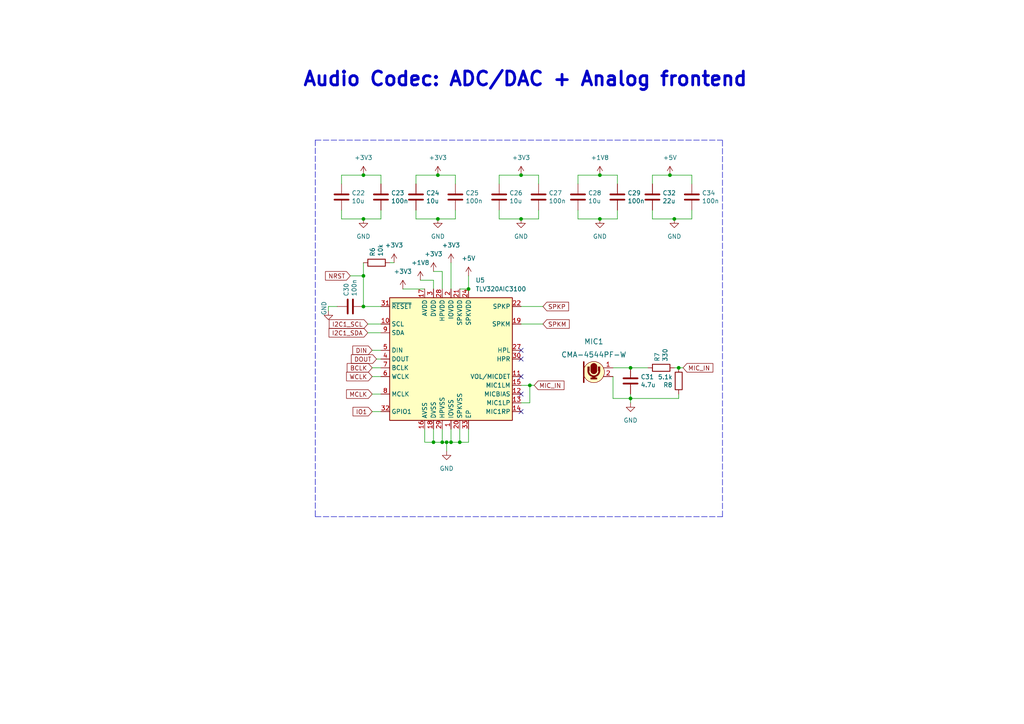
<source format=kicad_sch>
(kicad_sch (version 20211123) (generator eeschema)

  (uuid 96488315-8d7b-4379-ac7a-2159248c6433)

  (paper "A4")

  (lib_symbols
    (symbol "Audio:TLV320AIC3100" (in_bom yes) (on_board yes)
      (property "Reference" "U" (id 0) (at -15.24 20.32 0)
        (effects (font (size 1.27 1.27)))
      )
      (property "Value" "TLV320AIC3100" (id 1) (at 0 0 0)
        (effects (font (size 1.27 1.27)))
      )
      (property "Footprint" "Package_DFN_QFN:VQFN-32-1EP_5x5mm_P0.5mm_EP3.5x3.5mm" (id 2) (at 0 -30.48 0)
        (effects (font (size 1.27 1.27)) hide)
      )
      (property "Datasheet" "http://www.ti.com/lit/ds/symlink/tlv320aic3100.pdf" (id 3) (at -30.48 -38.1 0)
        (effects (font (size 1.27 1.27)) hide)
      )
      (property "ki_keywords" "audio codec 2ch 192kHz class-d amplifier" (id 4) (at 0 0 0)
        (effects (font (size 1.27 1.27)) hide)
      )
      (property "ki_description" "Low Power Audio Codec with Audio Processing and Mono Class‑D Amplifier, VQFN-32" (id 5) (at 0 0 0)
        (effects (font (size 1.27 1.27)) hide)
      )
      (property "ki_fp_filters" "VQFN*1EP*5x5mm*P0.5mm*" (id 6) (at 0 0 0)
        (effects (font (size 1.27 1.27)) hide)
      )
      (symbol "TLV320AIC3100_0_1"
        (rectangle (start -17.78 17.78) (end 17.78 -17.78)
          (stroke (width 0.254) (type default) (color 0 0 0 0))
          (fill (type background))
        )
      )
      (symbol "TLV320AIC3100_1_1"
        (pin power_in line (at 0 -20.32 90) (length 2.54)
          (name "IOVSS" (effects (font (size 1.27 1.27))))
          (number "1" (effects (font (size 1.27 1.27))))
        )
        (pin input line (at -20.32 10.16 0) (length 2.54)
          (name "SCL" (effects (font (size 1.27 1.27))))
          (number "10" (effects (font (size 1.27 1.27))))
        )
        (pin input line (at 20.32 -5.08 180) (length 2.54)
          (name "VOL/MICDET" (effects (font (size 1.27 1.27))))
          (number "11" (effects (font (size 1.27 1.27))))
        )
        (pin power_out line (at 20.32 -10.16 180) (length 2.54)
          (name "MICBIAS" (effects (font (size 1.27 1.27))))
          (number "12" (effects (font (size 1.27 1.27))))
        )
        (pin input line (at 20.32 -12.7 180) (length 2.54)
          (name "MIC1LP" (effects (font (size 1.27 1.27))))
          (number "13" (effects (font (size 1.27 1.27))))
        )
        (pin input line (at 20.32 -15.24 180) (length 2.54)
          (name "MIC1RP" (effects (font (size 1.27 1.27))))
          (number "14" (effects (font (size 1.27 1.27))))
        )
        (pin input line (at 20.32 -7.62 180) (length 2.54)
          (name "MIC1LM" (effects (font (size 1.27 1.27))))
          (number "15" (effects (font (size 1.27 1.27))))
        )
        (pin power_in line (at -7.62 -20.32 90) (length 2.54)
          (name "AVSS" (effects (font (size 1.27 1.27))))
          (number "16" (effects (font (size 1.27 1.27))))
        )
        (pin power_in line (at -7.62 20.32 270) (length 2.54)
          (name "AVDD" (effects (font (size 1.27 1.27))))
          (number "17" (effects (font (size 1.27 1.27))))
        )
        (pin power_in line (at -5.08 -20.32 90) (length 2.54)
          (name "DVSS" (effects (font (size 1.27 1.27))))
          (number "18" (effects (font (size 1.27 1.27))))
        )
        (pin output line (at 20.32 10.16 180) (length 2.54)
          (name "SPKM" (effects (font (size 1.27 1.27))))
          (number "19" (effects (font (size 1.27 1.27))))
        )
        (pin power_in line (at 0 20.32 270) (length 2.54)
          (name "IOVDD" (effects (font (size 1.27 1.27))))
          (number "2" (effects (font (size 1.27 1.27))))
        )
        (pin power_in line (at 2.54 -20.32 90) (length 2.54)
          (name "SPKVSS" (effects (font (size 1.27 1.27))))
          (number "20" (effects (font (size 1.27 1.27))))
        )
        (pin power_in line (at 2.54 20.32 270) (length 2.54)
          (name "SPKVDD" (effects (font (size 1.27 1.27))))
          (number "21" (effects (font (size 1.27 1.27))))
        )
        (pin output line (at 20.32 15.24 180) (length 2.54)
          (name "SPKP" (effects (font (size 1.27 1.27))))
          (number "22" (effects (font (size 1.27 1.27))))
        )
        (pin passive line (at 20.32 10.16 180) (length 2.54) hide
          (name "SPKM" (effects (font (size 1.27 1.27))))
          (number "23" (effects (font (size 1.27 1.27))))
        )
        (pin power_in line (at 5.08 20.32 270) (length 2.54)
          (name "SPKVDD" (effects (font (size 1.27 1.27))))
          (number "24" (effects (font (size 1.27 1.27))))
        )
        (pin passive line (at 2.54 -20.32 90) (length 2.54) hide
          (name "SPKVSS" (effects (font (size 1.27 1.27))))
          (number "25" (effects (font (size 1.27 1.27))))
        )
        (pin passive line (at 20.32 15.24 180) (length 2.54) hide
          (name "SPKP" (effects (font (size 1.27 1.27))))
          (number "26" (effects (font (size 1.27 1.27))))
        )
        (pin output line (at 20.32 2.54 180) (length 2.54)
          (name "HPL" (effects (font (size 1.27 1.27))))
          (number "27" (effects (font (size 1.27 1.27))))
        )
        (pin power_in line (at -2.54 20.32 270) (length 2.54)
          (name "HPVDD" (effects (font (size 1.27 1.27))))
          (number "28" (effects (font (size 1.27 1.27))))
        )
        (pin power_in line (at -2.54 -20.32 90) (length 2.54)
          (name "HPVSS" (effects (font (size 1.27 1.27))))
          (number "29" (effects (font (size 1.27 1.27))))
        )
        (pin power_in line (at -5.08 20.32 270) (length 2.54)
          (name "DVDD" (effects (font (size 1.27 1.27))))
          (number "3" (effects (font (size 1.27 1.27))))
        )
        (pin output line (at 20.32 0 180) (length 2.54)
          (name "HPR" (effects (font (size 1.27 1.27))))
          (number "30" (effects (font (size 1.27 1.27))))
        )
        (pin input line (at -20.32 15.24 0) (length 2.54)
          (name "~{RESET}" (effects (font (size 1.27 1.27))))
          (number "31" (effects (font (size 1.27 1.27))))
        )
        (pin bidirectional line (at -20.32 -15.24 0) (length 2.54)
          (name "GPIO1" (effects (font (size 1.27 1.27))))
          (number "32" (effects (font (size 1.27 1.27))))
        )
        (pin power_in line (at 5.08 -20.32 90) (length 2.54)
          (name "EP" (effects (font (size 1.27 1.27))))
          (number "33" (effects (font (size 1.27 1.27))))
        )
        (pin output line (at -20.32 0 0) (length 2.54)
          (name "DOUT" (effects (font (size 1.27 1.27))))
          (number "4" (effects (font (size 1.27 1.27))))
        )
        (pin input line (at -20.32 2.54 0) (length 2.54)
          (name "DIN" (effects (font (size 1.27 1.27))))
          (number "5" (effects (font (size 1.27 1.27))))
        )
        (pin bidirectional line (at -20.32 -5.08 0) (length 2.54)
          (name "WCLK" (effects (font (size 1.27 1.27))))
          (number "6" (effects (font (size 1.27 1.27))))
        )
        (pin bidirectional line (at -20.32 -2.54 0) (length 2.54)
          (name "BCLK" (effects (font (size 1.27 1.27))))
          (number "7" (effects (font (size 1.27 1.27))))
        )
        (pin input line (at -20.32 -10.16 0) (length 2.54)
          (name "MCLK" (effects (font (size 1.27 1.27))))
          (number "8" (effects (font (size 1.27 1.27))))
        )
        (pin bidirectional line (at -20.32 7.62 0) (length 2.54)
          (name "SDA" (effects (font (size 1.27 1.27))))
          (number "9" (effects (font (size 1.27 1.27))))
        )
      )
    )
    (symbol "Device:C" (pin_numbers hide) (pin_names (offset 0.254)) (in_bom yes) (on_board yes)
      (property "Reference" "C" (id 0) (at 0.635 2.54 0)
        (effects (font (size 1.27 1.27)) (justify left))
      )
      (property "Value" "C" (id 1) (at 0.635 -2.54 0)
        (effects (font (size 1.27 1.27)) (justify left))
      )
      (property "Footprint" "" (id 2) (at 0.9652 -3.81 0)
        (effects (font (size 1.27 1.27)) hide)
      )
      (property "Datasheet" "~" (id 3) (at 0 0 0)
        (effects (font (size 1.27 1.27)) hide)
      )
      (property "ki_keywords" "cap capacitor" (id 4) (at 0 0 0)
        (effects (font (size 1.27 1.27)) hide)
      )
      (property "ki_description" "Unpolarized capacitor" (id 5) (at 0 0 0)
        (effects (font (size 1.27 1.27)) hide)
      )
      (property "ki_fp_filters" "C_*" (id 6) (at 0 0 0)
        (effects (font (size 1.27 1.27)) hide)
      )
      (symbol "C_0_1"
        (polyline
          (pts
            (xy -2.032 -0.762)
            (xy 2.032 -0.762)
          )
          (stroke (width 0.508) (type default) (color 0 0 0 0))
          (fill (type none))
        )
        (polyline
          (pts
            (xy -2.032 0.762)
            (xy 2.032 0.762)
          )
          (stroke (width 0.508) (type default) (color 0 0 0 0))
          (fill (type none))
        )
      )
      (symbol "C_1_1"
        (pin passive line (at 0 3.81 270) (length 2.794)
          (name "~" (effects (font (size 1.27 1.27))))
          (number "1" (effects (font (size 1.27 1.27))))
        )
        (pin passive line (at 0 -3.81 90) (length 2.794)
          (name "~" (effects (font (size 1.27 1.27))))
          (number "2" (effects (font (size 1.27 1.27))))
        )
      )
    )
    (symbol "Device:R" (pin_numbers hide) (pin_names (offset 0)) (in_bom yes) (on_board yes)
      (property "Reference" "R" (id 0) (at 2.032 0 90)
        (effects (font (size 1.27 1.27)))
      )
      (property "Value" "R" (id 1) (at 0 0 90)
        (effects (font (size 1.27 1.27)))
      )
      (property "Footprint" "" (id 2) (at -1.778 0 90)
        (effects (font (size 1.27 1.27)) hide)
      )
      (property "Datasheet" "~" (id 3) (at 0 0 0)
        (effects (font (size 1.27 1.27)) hide)
      )
      (property "ki_keywords" "R res resistor" (id 4) (at 0 0 0)
        (effects (font (size 1.27 1.27)) hide)
      )
      (property "ki_description" "Resistor" (id 5) (at 0 0 0)
        (effects (font (size 1.27 1.27)) hide)
      )
      (property "ki_fp_filters" "R_*" (id 6) (at 0 0 0)
        (effects (font (size 1.27 1.27)) hide)
      )
      (symbol "R_0_1"
        (rectangle (start -1.016 -2.54) (end 1.016 2.54)
          (stroke (width 0.254) (type default) (color 0 0 0 0))
          (fill (type none))
        )
      )
      (symbol "R_1_1"
        (pin passive line (at 0 3.81 270) (length 1.27)
          (name "~" (effects (font (size 1.27 1.27))))
          (number "1" (effects (font (size 1.27 1.27))))
        )
        (pin passive line (at 0 -3.81 90) (length 1.27)
          (name "~" (effects (font (size 1.27 1.27))))
          (number "2" (effects (font (size 1.27 1.27))))
        )
      )
    )
    (symbol "dk_Microphones:CMA-4544PF-W" (pin_names (offset 1.016)) (in_bom yes) (on_board yes)
      (property "Reference" "MIC" (id 0) (at -1.1176 2.8194 0)
        (effects (font (size 1.524 1.524)))
      )
      (property "Value" "CMA-4544PF-W" (id 1) (at 5.08 -6.35 0)
        (effects (font (size 1.524 1.524)) (justify right))
      )
      (property "Footprint" "digikey-footprints:Mic_CMA-4544PF-W" (id 2) (at 5.08 5.08 0)
        (effects (font (size 1.524 1.524)) (justify left) hide)
      )
      (property "Datasheet" "https://www.cui.com/product/resource/digikeypdf/cma-4544pf-w.pdf" (id 3) (at 5.08 7.62 0)
        (effects (font (size 1.524 1.524)) (justify left) hide)
      )
      (property "Digi-Key_PN" "102-1721-ND" (id 4) (at 5.08 10.16 0)
        (effects (font (size 1.524 1.524)) (justify left) hide)
      )
      (property "MPN" "CMA-4544PF-W" (id 5) (at 5.08 12.7 0)
        (effects (font (size 1.524 1.524)) (justify left) hide)
      )
      (property "Category" "Audio Products" (id 6) (at 5.08 15.24 0)
        (effects (font (size 1.524 1.524)) (justify left) hide)
      )
      (property "Family" "Microphones" (id 7) (at 5.08 17.78 0)
        (effects (font (size 1.524 1.524)) (justify left) hide)
      )
      (property "DK_Datasheet_Link" "https://www.cui.com/product/resource/digikeypdf/cma-4544pf-w.pdf" (id 8) (at 5.08 20.32 0)
        (effects (font (size 1.524 1.524)) (justify left) hide)
      )
      (property "DK_Detail_Page" "/product-detail/en/cui-inc/CMA-4544PF-W/102-1721-ND/1869981" (id 9) (at 5.08 22.86 0)
        (effects (font (size 1.524 1.524)) (justify left) hide)
      )
      (property "Description" "MIC COND ANALOG OMNI -44DB" (id 10) (at 5.08 25.4 0)
        (effects (font (size 1.524 1.524)) (justify left) hide)
      )
      (property "Manufacturer" "CUI Inc." (id 11) (at 5.08 27.94 0)
        (effects (font (size 1.524 1.524)) (justify left) hide)
      )
      (property "Status" "Active" (id 12) (at 5.08 30.48 0)
        (effects (font (size 1.524 1.524)) (justify left) hide)
      )
      (property "ki_keywords" "102-1721-ND" (id 13) (at 0 0 0)
        (effects (font (size 1.27 1.27)) hide)
      )
      (property "ki_description" "MIC COND ANALOG OMNI -44DB" (id 14) (at 0 0 0)
        (effects (font (size 1.27 1.27)) hide)
      )
      (symbol "CMA-4544PF-W_0_1"
        (rectangle (start -3.2766 -4.2926) (end -3.5306 1.8034)
          (stroke (width 0) (type default) (color 0 0 0 0))
          (fill (type outline))
        )
        (rectangle (start -2.2606 -0.8636) (end -1.7526 0.2794)
          (stroke (width 0) (type default) (color 0 0 0 0))
          (fill (type outline))
        )
        (arc (start -2.2606 -0.8636) (mid -0.4826 -2.6416) (end 1.2954 -0.8636)
          (stroke (width 0) (type default) (color 0 0 0 0))
          (fill (type none))
        )
        (arc (start -2.2098 -0.8636) (mid -0.4826 -2.54) (end 1.1938 -0.8128)
          (stroke (width 0) (type default) (color 0 0 0 0))
          (fill (type none))
        )
        (arc (start -2.1082 -0.8636) (mid -0.5206 -2.4633) (end 1.0922 -0.889)
          (stroke (width 0) (type default) (color 0 0 0 0))
          (fill (type none))
        )
        (arc (start -2.032 -0.8636) (mid -0.508 -2.3376) (end 1.016 -0.8636)
          (stroke (width 0) (type default) (color 0 0 0 0))
          (fill (type none))
        )
        (arc (start -1.8796 -0.889) (mid -0.4952 -2.2855) (end 0.9144 -0.9144)
          (stroke (width 0) (type default) (color 0 0 0 0))
          (fill (type none))
        )
        (rectangle (start -1.3716 -2.8956) (end 0.4064 -3.2766)
          (stroke (width 0) (type default) (color 0 0 0 0))
          (fill (type outline))
        )
        (arc (start -1.3716 -0.8636) (mid -0.4826 -1.7526) (end 0.4064 -0.8636)
          (stroke (width 0) (type default) (color 0 0 0 0))
          (fill (type outline))
        )
        (rectangle (start -1.3716 0.4064) (end 0.4064 -0.8636)
          (stroke (width 0) (type default) (color 0 0 0 0))
          (fill (type outline))
        )
        (rectangle (start -0.8636 -2.8956) (end -0.1016 -2.6416)
          (stroke (width 0) (type default) (color 0 0 0 0))
          (fill (type outline))
        )
        (circle (center -0.4826 -1.2446) (radius 3.048)
          (stroke (width 0) (type default) (color 0 0 0 0))
          (fill (type background))
        )
        (arc (start 0.4064 0.4064) (mid -0.4826 1.2954) (end -1.3716 0.4064)
          (stroke (width 0) (type default) (color 0 0 0 0))
          (fill (type outline))
        )
        (rectangle (start 1.2954 -0.8636) (end 0.7874 0.2794)
          (stroke (width 0) (type default) (color 0 0 0 0))
          (fill (type outline))
        )
      )
      (symbol "CMA-4544PF-W_1_1"
        (pin passive line (at 5.08 0 180) (length 2.794)
          (name "~" (effects (font (size 1.27 1.27))))
          (number "1" (effects (font (size 1.27 1.27))))
        )
        (pin passive line (at 5.08 -2.54 180) (length 2.794)
          (name "~" (effects (font (size 1.27 1.27))))
          (number "2" (effects (font (size 1.27 1.27))))
        )
      )
    )
    (symbol "power:+1V8" (power) (pin_names (offset 0)) (in_bom yes) (on_board yes)
      (property "Reference" "#PWR" (id 0) (at 0 -3.81 0)
        (effects (font (size 1.27 1.27)) hide)
      )
      (property "Value" "+1V8" (id 1) (at 0 3.556 0)
        (effects (font (size 1.27 1.27)))
      )
      (property "Footprint" "" (id 2) (at 0 0 0)
        (effects (font (size 1.27 1.27)) hide)
      )
      (property "Datasheet" "" (id 3) (at 0 0 0)
        (effects (font (size 1.27 1.27)) hide)
      )
      (property "ki_keywords" "power-flag" (id 4) (at 0 0 0)
        (effects (font (size 1.27 1.27)) hide)
      )
      (property "ki_description" "Power symbol creates a global label with name \"+1V8\"" (id 5) (at 0 0 0)
        (effects (font (size 1.27 1.27)) hide)
      )
      (symbol "+1V8_0_1"
        (polyline
          (pts
            (xy -0.762 1.27)
            (xy 0 2.54)
          )
          (stroke (width 0) (type default) (color 0 0 0 0))
          (fill (type none))
        )
        (polyline
          (pts
            (xy 0 0)
            (xy 0 2.54)
          )
          (stroke (width 0) (type default) (color 0 0 0 0))
          (fill (type none))
        )
        (polyline
          (pts
            (xy 0 2.54)
            (xy 0.762 1.27)
          )
          (stroke (width 0) (type default) (color 0 0 0 0))
          (fill (type none))
        )
      )
      (symbol "+1V8_1_1"
        (pin power_in line (at 0 0 90) (length 0) hide
          (name "+1V8" (effects (font (size 1.27 1.27))))
          (number "1" (effects (font (size 1.27 1.27))))
        )
      )
    )
    (symbol "power:+3V3" (power) (pin_names (offset 0)) (in_bom yes) (on_board yes)
      (property "Reference" "#PWR" (id 0) (at 0 -3.81 0)
        (effects (font (size 1.27 1.27)) hide)
      )
      (property "Value" "+3V3" (id 1) (at 0 3.556 0)
        (effects (font (size 1.27 1.27)))
      )
      (property "Footprint" "" (id 2) (at 0 0 0)
        (effects (font (size 1.27 1.27)) hide)
      )
      (property "Datasheet" "" (id 3) (at 0 0 0)
        (effects (font (size 1.27 1.27)) hide)
      )
      (property "ki_keywords" "power-flag" (id 4) (at 0 0 0)
        (effects (font (size 1.27 1.27)) hide)
      )
      (property "ki_description" "Power symbol creates a global label with name \"+3V3\"" (id 5) (at 0 0 0)
        (effects (font (size 1.27 1.27)) hide)
      )
      (symbol "+3V3_0_1"
        (polyline
          (pts
            (xy -0.762 1.27)
            (xy 0 2.54)
          )
          (stroke (width 0) (type default) (color 0 0 0 0))
          (fill (type none))
        )
        (polyline
          (pts
            (xy 0 0)
            (xy 0 2.54)
          )
          (stroke (width 0) (type default) (color 0 0 0 0))
          (fill (type none))
        )
        (polyline
          (pts
            (xy 0 2.54)
            (xy 0.762 1.27)
          )
          (stroke (width 0) (type default) (color 0 0 0 0))
          (fill (type none))
        )
      )
      (symbol "+3V3_1_1"
        (pin power_in line (at 0 0 90) (length 0) hide
          (name "+3V3" (effects (font (size 1.27 1.27))))
          (number "1" (effects (font (size 1.27 1.27))))
        )
      )
    )
    (symbol "power:+5V" (power) (pin_names (offset 0)) (in_bom yes) (on_board yes)
      (property "Reference" "#PWR" (id 0) (at 0 -3.81 0)
        (effects (font (size 1.27 1.27)) hide)
      )
      (property "Value" "+5V" (id 1) (at 0 3.556 0)
        (effects (font (size 1.27 1.27)))
      )
      (property "Footprint" "" (id 2) (at 0 0 0)
        (effects (font (size 1.27 1.27)) hide)
      )
      (property "Datasheet" "" (id 3) (at 0 0 0)
        (effects (font (size 1.27 1.27)) hide)
      )
      (property "ki_keywords" "power-flag" (id 4) (at 0 0 0)
        (effects (font (size 1.27 1.27)) hide)
      )
      (property "ki_description" "Power symbol creates a global label with name \"+5V\"" (id 5) (at 0 0 0)
        (effects (font (size 1.27 1.27)) hide)
      )
      (symbol "+5V_0_1"
        (polyline
          (pts
            (xy -0.762 1.27)
            (xy 0 2.54)
          )
          (stroke (width 0) (type default) (color 0 0 0 0))
          (fill (type none))
        )
        (polyline
          (pts
            (xy 0 0)
            (xy 0 2.54)
          )
          (stroke (width 0) (type default) (color 0 0 0 0))
          (fill (type none))
        )
        (polyline
          (pts
            (xy 0 2.54)
            (xy 0.762 1.27)
          )
          (stroke (width 0) (type default) (color 0 0 0 0))
          (fill (type none))
        )
      )
      (symbol "+5V_1_1"
        (pin power_in line (at 0 0 90) (length 0) hide
          (name "+5V" (effects (font (size 1.27 1.27))))
          (number "1" (effects (font (size 1.27 1.27))))
        )
      )
    )
    (symbol "power:GND" (power) (pin_names (offset 0)) (in_bom yes) (on_board yes)
      (property "Reference" "#PWR" (id 0) (at 0 -6.35 0)
        (effects (font (size 1.27 1.27)) hide)
      )
      (property "Value" "GND" (id 1) (at 0 -3.81 0)
        (effects (font (size 1.27 1.27)))
      )
      (property "Footprint" "" (id 2) (at 0 0 0)
        (effects (font (size 1.27 1.27)) hide)
      )
      (property "Datasheet" "" (id 3) (at 0 0 0)
        (effects (font (size 1.27 1.27)) hide)
      )
      (property "ki_keywords" "power-flag" (id 4) (at 0 0 0)
        (effects (font (size 1.27 1.27)) hide)
      )
      (property "ki_description" "Power symbol creates a global label with name \"GND\" , ground" (id 5) (at 0 0 0)
        (effects (font (size 1.27 1.27)) hide)
      )
      (symbol "GND_0_1"
        (polyline
          (pts
            (xy 0 0)
            (xy 0 -1.27)
            (xy 1.27 -1.27)
            (xy 0 -2.54)
            (xy -1.27 -1.27)
            (xy 0 -1.27)
          )
          (stroke (width 0) (type default) (color 0 0 0 0))
          (fill (type none))
        )
      )
      (symbol "GND_1_1"
        (pin power_in line (at 0 0 270) (length 0) hide
          (name "GND" (effects (font (size 1.27 1.27))))
          (number "1" (effects (font (size 1.27 1.27))))
        )
      )
    )
  )

  (junction (at 105.41 50.8) (diameter 0) (color 0 0 0 0)
    (uuid 049da9cd-5423-4560-b9ed-b4ac5e24bc8e)
  )
  (junction (at 128.27 128.27) (diameter 0) (color 0 0 0 0)
    (uuid 1f388e68-7a67-4769-ab0f-bc8bbfd33e19)
  )
  (junction (at 151.13 50.8) (diameter 0) (color 0 0 0 0)
    (uuid 2440cfa3-a29d-4fbe-95cc-6ada8b22d3bf)
  )
  (junction (at 135.89 83.82) (diameter 0) (color 0 0 0 0)
    (uuid 385ecbfe-e322-4826-8d25-1e9266b2b60d)
  )
  (junction (at 196.85 106.68) (diameter 0) (color 0 0 0 0)
    (uuid 5032c7dd-1813-430f-ba4b-f6978fb6f333)
  )
  (junction (at 151.13 63.5) (diameter 0) (color 0 0 0 0)
    (uuid 5209b976-fa26-4ce3-ba74-537a585148e9)
  )
  (junction (at 105.41 63.5) (diameter 0) (color 0 0 0 0)
    (uuid 639a7c7f-9cdb-427c-a1ee-8f7645467d15)
  )
  (junction (at 182.88 115.57) (diameter 0) (color 0 0 0 0)
    (uuid 7a2bd43f-2e7b-4c58-a0a6-8bf9c42e4409)
  )
  (junction (at 127 63.5) (diameter 0) (color 0 0 0 0)
    (uuid 7cd2341d-4c64-4afc-9b2f-b50569e7f684)
  )
  (junction (at 105.41 80.01) (diameter 0) (color 0 0 0 0)
    (uuid 8265f945-e1a9-44bb-8812-a354ef4bb04a)
  )
  (junction (at 153.67 111.76) (diameter 0) (color 0 0 0 0)
    (uuid 87ecd496-e475-4390-b227-6cde956fd0e9)
  )
  (junction (at 194.31 50.8) (diameter 0) (color 0 0 0 0)
    (uuid 93c31b92-ce68-40ad-894f-791c2ad6d9a8)
  )
  (junction (at 105.41 88.9) (diameter 0) (color 0 0 0 0)
    (uuid a8e24ba0-197a-4ddc-998e-758ed08811cc)
  )
  (junction (at 129.54 128.27) (diameter 0) (color 0 0 0 0)
    (uuid af3f7aa5-e721-4fdc-a589-97fb42b1f6ee)
  )
  (junction (at 127 50.8) (diameter 0) (color 0 0 0 0)
    (uuid b383c4b3-6ea2-4009-b11f-11937e74a829)
  )
  (junction (at 133.35 128.27) (diameter 0) (color 0 0 0 0)
    (uuid b8c41fce-b491-4f31-b386-60f6e7c91269)
  )
  (junction (at 173.99 63.5) (diameter 0) (color 0 0 0 0)
    (uuid bf2e2fe7-a4ef-45c0-8eed-165c416501e7)
  )
  (junction (at 182.88 106.68) (diameter 0) (color 0 0 0 0)
    (uuid c1fd4a19-4f0b-4bb0-a205-40545b940102)
  )
  (junction (at 195.58 63.5) (diameter 0) (color 0 0 0 0)
    (uuid cd4dd433-ee84-479d-b73d-0855951929d4)
  )
  (junction (at 130.81 128.27) (diameter 0) (color 0 0 0 0)
    (uuid f0307fb3-2ec2-4eb2-8563-0e6b4d6f1e24)
  )
  (junction (at 173.99 50.8) (diameter 0) (color 0 0 0 0)
    (uuid f794a37e-cbdc-4269-862f-3d5792109532)
  )
  (junction (at 125.73 128.27) (diameter 0) (color 0 0 0 0)
    (uuid f9621ee7-828f-47af-b7a2-723c87198f48)
  )

  (no_connect (at 151.13 109.22) (uuid 5f7bf339-ded1-4009-9ddb-bd9a5a58162f))
  (no_connect (at 151.13 114.3) (uuid 5f7bf339-ded1-4009-9ddb-bd9a5a581630))
  (no_connect (at 151.13 119.38) (uuid 5f7bf339-ded1-4009-9ddb-bd9a5a581631))
  (no_connect (at 151.13 104.14) (uuid afa98663-cb1f-4b5d-ae67-b9aa648753a4))
  (no_connect (at 151.13 101.6) (uuid afa98663-cb1f-4b5d-ae67-b9aa648753a5))

  (wire (pts (xy 151.13 88.9) (xy 157.48 88.9))
    (stroke (width 0) (type default) (color 0 0 0 0))
    (uuid 00f012c8-6011-4e58-accc-18a2a2cd27c3)
  )
  (wire (pts (xy 177.8 109.22) (xy 177.8 115.57))
    (stroke (width 0) (type default) (color 0 0 0 0))
    (uuid 019d7006-c609-49c4-a6ae-7a1e95e4828e)
  )
  (wire (pts (xy 130.81 128.27) (xy 133.35 128.27))
    (stroke (width 0) (type default) (color 0 0 0 0))
    (uuid 0742eb0b-ceed-48e2-a324-a0cabddec23f)
  )
  (wire (pts (xy 135.89 124.46) (xy 135.89 128.27))
    (stroke (width 0) (type default) (color 0 0 0 0))
    (uuid 074f2fb8-3af9-478b-809c-067c40970aa4)
  )
  (wire (pts (xy 132.08 50.8) (xy 132.08 53.34))
    (stroke (width 0) (type default) (color 0 0 0 0))
    (uuid 0e986cbf-de11-4790-a7f1-9f8b41f2328d)
  )
  (wire (pts (xy 135.89 80.01) (xy 135.89 83.82))
    (stroke (width 0) (type default) (color 0 0 0 0))
    (uuid 158cb151-cbfa-4718-8f66-8da0fd8f0609)
  )
  (wire (pts (xy 196.85 106.68) (xy 198.12 106.68))
    (stroke (width 0) (type default) (color 0 0 0 0))
    (uuid 159c989e-03c2-4632-863b-22cacc787ec8)
  )
  (polyline (pts (xy 91.44 149.86) (xy 209.55 149.86))
    (stroke (width 0) (type default) (color 0 0 0 0))
    (uuid 15a1729e-5e8d-4bc2-ba8e-afaa205fc9d9)
  )

  (wire (pts (xy 120.65 50.8) (xy 127 50.8))
    (stroke (width 0) (type default) (color 0 0 0 0))
    (uuid 1645cefb-d02d-46aa-b3be-f8e3b94b307a)
  )
  (wire (pts (xy 127 63.5) (xy 132.08 63.5))
    (stroke (width 0) (type default) (color 0 0 0 0))
    (uuid 16f84875-3f77-4ef4-8f52-dd2ff9e79d54)
  )
  (wire (pts (xy 110.49 50.8) (xy 110.49 53.34))
    (stroke (width 0) (type default) (color 0 0 0 0))
    (uuid 19dd9902-a96d-455c-9588-4579a9a441e0)
  )
  (wire (pts (xy 105.41 80.01) (xy 105.41 88.9))
    (stroke (width 0) (type default) (color 0 0 0 0))
    (uuid 19f67e43-b54d-49bf-9871-1cfe36852987)
  )
  (wire (pts (xy 189.23 50.8) (xy 194.31 50.8))
    (stroke (width 0) (type default) (color 0 0 0 0))
    (uuid 2102a9ec-0a43-4031-b168-89214bfb88d4)
  )
  (wire (pts (xy 195.58 63.5) (xy 200.66 63.5))
    (stroke (width 0) (type default) (color 0 0 0 0))
    (uuid 242ae8be-225e-46b5-b5e0-3879ac5f0cad)
  )
  (wire (pts (xy 123.19 124.46) (xy 123.19 128.27))
    (stroke (width 0) (type default) (color 0 0 0 0))
    (uuid 24950b6d-3008-46b0-bf4b-9a23f6b2c8ca)
  )
  (wire (pts (xy 130.81 76.2) (xy 130.81 83.82))
    (stroke (width 0) (type default) (color 0 0 0 0))
    (uuid 25db19dd-48c3-4984-8f20-0f131d055f1a)
  )
  (wire (pts (xy 195.58 106.68) (xy 196.85 106.68))
    (stroke (width 0) (type default) (color 0 0 0 0))
    (uuid 279e71de-1a4c-4e66-9dd4-9c987b18e5e1)
  )
  (wire (pts (xy 173.99 63.5) (xy 179.07 63.5))
    (stroke (width 0) (type default) (color 0 0 0 0))
    (uuid 2ab1a1f8-f251-4372-b4e8-1634a3a907cc)
  )
  (wire (pts (xy 114.3 76.2) (xy 113.03 76.2))
    (stroke (width 0) (type default) (color 0 0 0 0))
    (uuid 2b8f92d2-18d9-48c2-8c40-27e50448550a)
  )
  (wire (pts (xy 177.8 115.57) (xy 182.88 115.57))
    (stroke (width 0) (type default) (color 0 0 0 0))
    (uuid 2d9f6105-cba2-43a1-ab9c-8ce22bdde409)
  )
  (wire (pts (xy 144.78 53.34) (xy 144.78 50.8))
    (stroke (width 0) (type default) (color 0 0 0 0))
    (uuid 30a7f1c9-59bc-4492-b0a1-3332abfe0a95)
  )
  (wire (pts (xy 153.67 111.76) (xy 154.94 111.76))
    (stroke (width 0) (type default) (color 0 0 0 0))
    (uuid 30ac7774-c4e7-483a-9008-ade673c64b3a)
  )
  (wire (pts (xy 107.95 119.38) (xy 110.49 119.38))
    (stroke (width 0) (type default) (color 0 0 0 0))
    (uuid 32cc17d1-ef60-4924-a844-a4f8046a695d)
  )
  (wire (pts (xy 167.64 50.8) (xy 173.99 50.8))
    (stroke (width 0) (type default) (color 0 0 0 0))
    (uuid 34bea907-352f-42ca-9e7e-57bd56ec43ce)
  )
  (wire (pts (xy 99.06 63.5) (xy 105.41 63.5))
    (stroke (width 0) (type default) (color 0 0 0 0))
    (uuid 3592c6ea-c887-4402-87a4-fa7e89aa8a3a)
  )
  (wire (pts (xy 106.68 96.52) (xy 110.49 96.52))
    (stroke (width 0) (type default) (color 0 0 0 0))
    (uuid 3c2b849f-c9b9-4f8f-b3ef-ec89ceda0d8c)
  )
  (wire (pts (xy 127 50.8) (xy 132.08 50.8))
    (stroke (width 0) (type default) (color 0 0 0 0))
    (uuid 3eef536b-5a02-4702-86a7-53ea2ae9ed36)
  )
  (wire (pts (xy 196.85 114.3) (xy 196.85 115.57))
    (stroke (width 0) (type default) (color 0 0 0 0))
    (uuid 40c48c76-8ea3-4fe5-b042-8f925bf06a26)
  )
  (wire (pts (xy 179.07 63.5) (xy 179.07 60.96))
    (stroke (width 0) (type default) (color 0 0 0 0))
    (uuid 41411a2b-5df7-4cb8-8f6d-91bf37459a6b)
  )
  (wire (pts (xy 120.65 53.34) (xy 120.65 50.8))
    (stroke (width 0) (type default) (color 0 0 0 0))
    (uuid 42b9320f-2691-4dd7-8958-85a2e4f4ca4b)
  )
  (wire (pts (xy 156.21 63.5) (xy 156.21 60.96))
    (stroke (width 0) (type default) (color 0 0 0 0))
    (uuid 42bef8f7-95f8-4577-9214-5db424de367d)
  )
  (wire (pts (xy 95.25 88.9) (xy 95.25 90.17))
    (stroke (width 0) (type default) (color 0 0 0 0))
    (uuid 441da4c8-af60-4a1d-affa-9c5cbf740cf1)
  )
  (wire (pts (xy 107.95 114.3) (xy 110.49 114.3))
    (stroke (width 0) (type default) (color 0 0 0 0))
    (uuid 4bc248c9-4fc3-4721-8fa2-c6fcd10182e3)
  )
  (wire (pts (xy 144.78 60.96) (xy 144.78 63.5))
    (stroke (width 0) (type default) (color 0 0 0 0))
    (uuid 4ed6c16a-b742-493b-8975-8b6af12cda97)
  )
  (wire (pts (xy 173.99 50.8) (xy 179.07 50.8))
    (stroke (width 0) (type default) (color 0 0 0 0))
    (uuid 505ea892-a46c-4b88-88bd-7ef25f56a265)
  )
  (wire (pts (xy 129.54 130.81) (xy 129.54 128.27))
    (stroke (width 0) (type default) (color 0 0 0 0))
    (uuid 53292108-6eea-4fb9-bb6e-a8a8f841a990)
  )
  (wire (pts (xy 132.08 63.5) (xy 132.08 60.96))
    (stroke (width 0) (type default) (color 0 0 0 0))
    (uuid 56aa5b94-4465-4cd3-bb80-2b040dff4bea)
  )
  (wire (pts (xy 194.31 50.8) (xy 200.66 50.8))
    (stroke (width 0) (type default) (color 0 0 0 0))
    (uuid 5b5815d2-a36b-4b71-aa40-9ae44a7545eb)
  )
  (wire (pts (xy 101.6 80.01) (xy 105.41 80.01))
    (stroke (width 0) (type default) (color 0 0 0 0))
    (uuid 6281baa9-fcfb-46a9-a7d1-3042772d2d16)
  )
  (wire (pts (xy 116.84 83.82) (xy 123.19 83.82))
    (stroke (width 0) (type default) (color 0 0 0 0))
    (uuid 63d324fd-e2f1-430f-a2ed-b0d3c8cde3bf)
  )
  (wire (pts (xy 179.07 50.8) (xy 179.07 53.34))
    (stroke (width 0) (type default) (color 0 0 0 0))
    (uuid 675ef05a-df6d-4dc1-9f5d-ce2d9c710f5b)
  )
  (wire (pts (xy 120.65 63.5) (xy 127 63.5))
    (stroke (width 0) (type default) (color 0 0 0 0))
    (uuid 68c01868-fbee-430c-ba17-8e24f39160ae)
  )
  (wire (pts (xy 189.23 53.34) (xy 189.23 50.8))
    (stroke (width 0) (type default) (color 0 0 0 0))
    (uuid 6c78944c-b9e5-495f-8291-0a908c418db8)
  )
  (wire (pts (xy 167.64 63.5) (xy 173.99 63.5))
    (stroke (width 0) (type default) (color 0 0 0 0))
    (uuid 6caeddc6-3db2-4cbd-b224-3ecf3e8f78b1)
  )
  (wire (pts (xy 151.13 50.8) (xy 156.21 50.8))
    (stroke (width 0) (type default) (color 0 0 0 0))
    (uuid 74713871-03a3-442a-980e-ccf6e2252795)
  )
  (wire (pts (xy 144.78 63.5) (xy 151.13 63.5))
    (stroke (width 0) (type default) (color 0 0 0 0))
    (uuid 7d0ebce5-a6b1-49f0-a361-b7f150490bdf)
  )
  (wire (pts (xy 167.64 60.96) (xy 167.64 63.5))
    (stroke (width 0) (type default) (color 0 0 0 0))
    (uuid 81c3572f-0341-4348-aa6c-c1e222347652)
  )
  (wire (pts (xy 200.66 50.8) (xy 200.66 53.34))
    (stroke (width 0) (type default) (color 0 0 0 0))
    (uuid 83572cbf-064b-4fab-b736-d26790cc9c65)
  )
  (wire (pts (xy 120.65 60.96) (xy 120.65 63.5))
    (stroke (width 0) (type default) (color 0 0 0 0))
    (uuid 83670470-7788-490d-8c5b-97aa8663a5fd)
  )
  (wire (pts (xy 128.27 128.27) (xy 129.54 128.27))
    (stroke (width 0) (type default) (color 0 0 0 0))
    (uuid 89d66050-8d51-40d3-a802-76f1be9afe92)
  )
  (wire (pts (xy 125.73 128.27) (xy 128.27 128.27))
    (stroke (width 0) (type default) (color 0 0 0 0))
    (uuid 8c71024b-c366-4f82-81dd-4146f212b8f2)
  )
  (wire (pts (xy 99.06 53.34) (xy 99.06 50.8))
    (stroke (width 0) (type default) (color 0 0 0 0))
    (uuid 8db43eef-706a-4c03-9909-056a092adbb3)
  )
  (wire (pts (xy 105.41 50.8) (xy 110.49 50.8))
    (stroke (width 0) (type default) (color 0 0 0 0))
    (uuid 8de76070-49cd-4a64-bcaa-bc4247fabc9b)
  )
  (wire (pts (xy 107.95 109.22) (xy 110.49 109.22))
    (stroke (width 0) (type default) (color 0 0 0 0))
    (uuid 9042eeb2-81ba-4476-bfef-89c7a110ab55)
  )
  (wire (pts (xy 105.41 63.5) (xy 110.49 63.5))
    (stroke (width 0) (type default) (color 0 0 0 0))
    (uuid 91b5d48c-6d03-493a-b48b-378945724e12)
  )
  (wire (pts (xy 135.89 128.27) (xy 133.35 128.27))
    (stroke (width 0) (type default) (color 0 0 0 0))
    (uuid 952295ff-974b-4779-825a-74068275b876)
  )
  (wire (pts (xy 107.95 101.6) (xy 110.49 101.6))
    (stroke (width 0) (type default) (color 0 0 0 0))
    (uuid 9cbc95c6-541a-457c-99c9-f0940b8421b1)
  )
  (wire (pts (xy 123.19 128.27) (xy 125.73 128.27))
    (stroke (width 0) (type default) (color 0 0 0 0))
    (uuid 9f8178d3-b493-4b3b-bdb8-239177a32267)
  )
  (wire (pts (xy 106.68 93.98) (xy 110.49 93.98))
    (stroke (width 0) (type default) (color 0 0 0 0))
    (uuid 9fbbdd92-1e7f-42f4-b7fa-a37db193713e)
  )
  (polyline (pts (xy 91.44 40.64) (xy 209.55 40.64))
    (stroke (width 0) (type default) (color 0 0 0 0))
    (uuid 9fce7f3e-3c7c-435e-a9d2-59d76c8b0331)
  )

  (wire (pts (xy 130.81 124.46) (xy 130.81 128.27))
    (stroke (width 0) (type default) (color 0 0 0 0))
    (uuid a09ade33-0e73-46d8-ab0c-e05404764e9f)
  )
  (wire (pts (xy 189.23 60.96) (xy 189.23 63.5))
    (stroke (width 0) (type default) (color 0 0 0 0))
    (uuid a6cae868-9ec2-4145-be34-c6b2eb9bdab0)
  )
  (wire (pts (xy 125.73 124.46) (xy 125.73 128.27))
    (stroke (width 0) (type default) (color 0 0 0 0))
    (uuid a79cdfa3-0db5-45d0-b34a-d4b8f90b32bb)
  )
  (wire (pts (xy 182.88 115.57) (xy 182.88 116.84))
    (stroke (width 0) (type default) (color 0 0 0 0))
    (uuid ad254f98-19be-479f-b278-63754f16a302)
  )
  (wire (pts (xy 110.49 63.5) (xy 110.49 60.96))
    (stroke (width 0) (type default) (color 0 0 0 0))
    (uuid b00870cc-61de-445d-a8bf-62decd436d85)
  )
  (wire (pts (xy 109.22 104.14) (xy 110.49 104.14))
    (stroke (width 0) (type default) (color 0 0 0 0))
    (uuid b0fa91c3-0331-4596-9370-e933e0cffece)
  )
  (wire (pts (xy 121.92 81.28) (xy 125.73 81.28))
    (stroke (width 0) (type default) (color 0 0 0 0))
    (uuid b5f8a47d-a772-4eb5-b92e-58b9e64c2b14)
  )
  (wire (pts (xy 128.27 78.74) (xy 128.27 83.82))
    (stroke (width 0) (type default) (color 0 0 0 0))
    (uuid b5fd7fae-8ba3-4c40-a529-6d9605d70903)
  )
  (wire (pts (xy 182.88 106.68) (xy 187.96 106.68))
    (stroke (width 0) (type default) (color 0 0 0 0))
    (uuid bb70231e-ba78-43f3-b814-5027458c3dfa)
  )
  (wire (pts (xy 133.35 124.46) (xy 133.35 128.27))
    (stroke (width 0) (type default) (color 0 0 0 0))
    (uuid bc0979d7-a292-4946-9361-9e27fe6c480a)
  )
  (wire (pts (xy 189.23 63.5) (xy 195.58 63.5))
    (stroke (width 0) (type default) (color 0 0 0 0))
    (uuid bd775a52-21de-4e0a-8952-9da6d6093751)
  )
  (wire (pts (xy 125.73 78.74) (xy 128.27 78.74))
    (stroke (width 0) (type default) (color 0 0 0 0))
    (uuid bfb59139-852d-4975-bdc2-bf4ff8258527)
  )
  (wire (pts (xy 107.95 106.68) (xy 110.49 106.68))
    (stroke (width 0) (type default) (color 0 0 0 0))
    (uuid c1723f64-a191-4744-854c-ed15bd45de4e)
  )
  (polyline (pts (xy 91.44 40.64) (xy 91.44 149.86))
    (stroke (width 0) (type default) (color 0 0 0 0))
    (uuid c3f83b6f-e0b5-48f2-a04c-59711318d035)
  )

  (wire (pts (xy 196.85 115.57) (xy 182.88 115.57))
    (stroke (width 0) (type default) (color 0 0 0 0))
    (uuid c51af86f-0982-4b21-9847-baf8c658c4fd)
  )
  (wire (pts (xy 133.35 83.82) (xy 135.89 83.82))
    (stroke (width 0) (type default) (color 0 0 0 0))
    (uuid c595a0f8-139f-4d3a-9e4d-ecf45f125f2a)
  )
  (wire (pts (xy 182.88 114.3) (xy 182.88 115.57))
    (stroke (width 0) (type default) (color 0 0 0 0))
    (uuid c78a1f48-5c03-42b4-a94f-c97a8b338367)
  )
  (wire (pts (xy 110.49 88.9) (xy 105.41 88.9))
    (stroke (width 0) (type default) (color 0 0 0 0))
    (uuid c84ed362-74ea-4c38-beb6-dab1f2b3d87f)
  )
  (polyline (pts (xy 209.55 149.86) (xy 209.55 40.64))
    (stroke (width 0) (type default) (color 0 0 0 0))
    (uuid cb5e2278-8203-48c4-b3d2-9aa9dd2776c1)
  )

  (wire (pts (xy 97.79 88.9) (xy 95.25 88.9))
    (stroke (width 0) (type default) (color 0 0 0 0))
    (uuid cd51e8d4-9c89-497f-843b-358c8776964a)
  )
  (wire (pts (xy 167.64 53.34) (xy 167.64 50.8))
    (stroke (width 0) (type default) (color 0 0 0 0))
    (uuid d0355c25-0217-4cd9-96da-99c8c823377e)
  )
  (wire (pts (xy 125.73 81.28) (xy 125.73 83.82))
    (stroke (width 0) (type default) (color 0 0 0 0))
    (uuid d0d07870-f02c-4229-9362-78f6dd45735e)
  )
  (wire (pts (xy 157.48 93.98) (xy 151.13 93.98))
    (stroke (width 0) (type default) (color 0 0 0 0))
    (uuid d263537e-9315-4ee6-b777-69712d146827)
  )
  (wire (pts (xy 128.27 124.46) (xy 128.27 128.27))
    (stroke (width 0) (type default) (color 0 0 0 0))
    (uuid d394c4a9-58eb-41d8-9bb8-30d31a96ca1c)
  )
  (wire (pts (xy 99.06 60.96) (xy 99.06 63.5))
    (stroke (width 0) (type default) (color 0 0 0 0))
    (uuid ddddb086-10f7-4f10-b1dc-43d120ba7bc4)
  )
  (wire (pts (xy 177.8 106.68) (xy 182.88 106.68))
    (stroke (width 0) (type default) (color 0 0 0 0))
    (uuid de2eb94a-db00-487f-bb22-04bd72872a2f)
  )
  (wire (pts (xy 151.13 111.76) (xy 153.67 111.76))
    (stroke (width 0) (type default) (color 0 0 0 0))
    (uuid e0613a28-f529-4e6d-8df1-81d8854bd6f7)
  )
  (wire (pts (xy 153.67 116.84) (xy 151.13 116.84))
    (stroke (width 0) (type default) (color 0 0 0 0))
    (uuid e190f20f-728e-4978-a05e-ce97440273cc)
  )
  (wire (pts (xy 200.66 63.5) (xy 200.66 60.96))
    (stroke (width 0) (type default) (color 0 0 0 0))
    (uuid e1946d43-e010-4832-a652-8f7338297a05)
  )
  (wire (pts (xy 105.41 76.2) (xy 105.41 80.01))
    (stroke (width 0) (type default) (color 0 0 0 0))
    (uuid e4cddd3f-9343-4c39-b294-960f59cb2011)
  )
  (wire (pts (xy 151.13 63.5) (xy 156.21 63.5))
    (stroke (width 0) (type default) (color 0 0 0 0))
    (uuid e6d2e516-6708-4a76-8f80-dce4f7124c64)
  )
  (wire (pts (xy 156.21 50.8) (xy 156.21 53.34))
    (stroke (width 0) (type default) (color 0 0 0 0))
    (uuid e8d8f9b1-b802-4336-941f-2fdb8e0c3c7a)
  )
  (wire (pts (xy 99.06 50.8) (xy 105.41 50.8))
    (stroke (width 0) (type default) (color 0 0 0 0))
    (uuid ecb79362-78bf-4725-b902-0fb2ed81ceb6)
  )
  (wire (pts (xy 153.67 111.76) (xy 153.67 116.84))
    (stroke (width 0) (type default) (color 0 0 0 0))
    (uuid ef4f3844-6e4b-4c8e-9462-1451adab0575)
  )
  (wire (pts (xy 144.78 50.8) (xy 151.13 50.8))
    (stroke (width 0) (type default) (color 0 0 0 0))
    (uuid f703e223-1339-4eda-a2c0-aaefeafc6789)
  )
  (wire (pts (xy 129.54 128.27) (xy 130.81 128.27))
    (stroke (width 0) (type default) (color 0 0 0 0))
    (uuid f8c23f53-07fb-4994-8c56-7825fd44a0ad)
  )

  (text "Audio Codec: ADC/DAC + Analog frontend" (at 87.63 25.4 0)
    (effects (font (size 4 4) (thickness 0.8) bold) (justify left bottom))
    (uuid e8b5c5d9-d60c-4724-b9a5-af84330c1894)
  )

  (global_label "WCLK" (shape input) (at 107.95 109.22 180) (fields_autoplaced)
    (effects (font (size 1.27 1.27)) (justify right))
    (uuid 026057c0-1597-4ace-b311-823f746d8e42)
    (property "Intersheet References" "${INTERSHEET_REFS}" (id 0) (at 100.5174 109.1406 0)
      (effects (font (size 1.27 1.27)) (justify right) hide)
    )
  )
  (global_label "IO1" (shape input) (at 107.95 119.38 180) (fields_autoplaced)
    (effects (font (size 1.27 1.27)) (justify right))
    (uuid 077fc97f-933b-4652-8be7-bc0954415a95)
    (property "Intersheet References" "${INTERSHEET_REFS}" (id 0) (at 102.3921 119.3006 0)
      (effects (font (size 1.27 1.27)) (justify right) hide)
    )
  )
  (global_label "DOUT" (shape input) (at 109.22 104.14 180) (fields_autoplaced)
    (effects (font (size 1.27 1.27)) (justify right))
    (uuid 10a5385c-08cb-468b-b55d-8dd55dd06e8a)
    (property "Intersheet References" "${INTERSHEET_REFS}" (id 0) (at 101.9083 104.0606 0)
      (effects (font (size 1.27 1.27)) (justify right) hide)
    )
  )
  (global_label "DIN" (shape input) (at 107.95 101.6 180) (fields_autoplaced)
    (effects (font (size 1.27 1.27)) (justify right))
    (uuid 1af02ca1-51ad-49e6-acd3-4b764370f502)
    (property "Intersheet References" "${INTERSHEET_REFS}" (id 0) (at 102.3317 101.5206 0)
      (effects (font (size 1.27 1.27)) (justify right) hide)
    )
  )
  (global_label "SPKP" (shape input) (at 157.48 88.9 0) (fields_autoplaced)
    (effects (font (size 1.27 1.27)) (justify left))
    (uuid 3549b115-1393-469d-8bc4-aa59c430df58)
    (property "Intersheet References" "${INTERSHEET_REFS}" (id 0) (at 164.9126 88.8206 0)
      (effects (font (size 1.27 1.27)) (justify left) hide)
    )
  )
  (global_label "I2C1_SDA" (shape input) (at 106.68 96.52 180) (fields_autoplaced)
    (effects (font (size 1.27 1.27)) (justify right))
    (uuid 411bc3a3-f2a1-4872-9186-21a6847a2032)
    (property "Intersheet References" "${INTERSHEET_REFS}" (id 0) (at 95.4374 96.4406 0)
      (effects (font (size 1.27 1.27)) (justify right) hide)
    )
  )
  (global_label "MIC_IN" (shape input) (at 154.94 111.76 0) (fields_autoplaced)
    (effects (font (size 1.27 1.27)) (justify left))
    (uuid 61ee3e18-2bef-49ac-9d35-4ac704d79d77)
    (property "Intersheet References" "${INTERSHEET_REFS}" (id 0) (at 163.5821 111.6806 0)
      (effects (font (size 1.27 1.27)) (justify left) hide)
    )
  )
  (global_label "MCLK" (shape input) (at 107.95 114.3 180) (fields_autoplaced)
    (effects (font (size 1.27 1.27)) (justify right))
    (uuid 6c4c128b-5325-4da4-ae2d-5d2ab567d444)
    (property "Intersheet References" "${INTERSHEET_REFS}" (id 0) (at 100.5174 114.2206 0)
      (effects (font (size 1.27 1.27)) (justify right) hide)
    )
  )
  (global_label "NRST" (shape input) (at 101.6 80.01 180) (fields_autoplaced)
    (effects (font (size 1.27 1.27)) (justify right))
    (uuid 979dfdfb-09df-4ef8-8877-b45054bb4d76)
    (property "Intersheet References" "${INTERSHEET_REFS}" (id 0) (at 94.4093 79.9306 0)
      (effects (font (size 1.27 1.27)) (justify right) hide)
    )
  )
  (global_label "I2C1_SCL" (shape input) (at 106.68 93.98 180) (fields_autoplaced)
    (effects (font (size 1.27 1.27)) (justify right))
    (uuid a20f8e0d-783b-42f0-b062-506f9fcc04dd)
    (property "Intersheet References" "${INTERSHEET_REFS}" (id 0) (at 95.4979 93.9006 0)
      (effects (font (size 1.27 1.27)) (justify right) hide)
    )
  )
  (global_label "BCLK" (shape input) (at 107.95 106.68 180) (fields_autoplaced)
    (effects (font (size 1.27 1.27)) (justify right))
    (uuid e1154a6d-f707-470f-884a-112f69b1cd7e)
    (property "Intersheet References" "${INTERSHEET_REFS}" (id 0) (at 100.6988 106.6006 0)
      (effects (font (size 1.27 1.27)) (justify right) hide)
    )
  )
  (global_label "MIC_IN" (shape input) (at 198.12 106.68 0) (fields_autoplaced)
    (effects (font (size 1.27 1.27)) (justify left))
    (uuid e158ee4d-4bd3-43c8-91cb-4ba8775379d2)
    (property "Intersheet References" "${INTERSHEET_REFS}" (id 0) (at 206.7621 106.6006 0)
      (effects (font (size 1.27 1.27)) (justify left) hide)
    )
  )
  (global_label "SPKM" (shape input) (at 157.48 93.98 0) (fields_autoplaced)
    (effects (font (size 1.27 1.27)) (justify left))
    (uuid f8b58b2b-3fa7-44a6-8fb6-9af5e4c4c1eb)
    (property "Intersheet References" "${INTERSHEET_REFS}" (id 0) (at 165.0941 93.9006 0)
      (effects (font (size 1.27 1.27)) (justify left) hide)
    )
  )

  (symbol (lib_id "power:+5V") (at 135.89 80.01 0) (unit 1)
    (in_bom yes) (on_board yes) (fields_autoplaced)
    (uuid 07cdc3ad-40ba-4ef5-b33f-0959c15c4562)
    (property "Reference" "#PWR0156" (id 0) (at 135.89 83.82 0)
      (effects (font (size 1.27 1.27)) hide)
    )
    (property "Value" "+5V" (id 1) (at 135.89 74.93 0))
    (property "Footprint" "" (id 2) (at 135.89 80.01 0)
      (effects (font (size 1.27 1.27)) hide)
    )
    (property "Datasheet" "" (id 3) (at 135.89 80.01 0)
      (effects (font (size 1.27 1.27)) hide)
    )
    (pin "1" (uuid 5d147f58-e030-4556-89fb-f59a6edfdf53))
  )

  (symbol (lib_id "power:+3V3") (at 151.13 50.8 0) (unit 1)
    (in_bom yes) (on_board yes) (fields_autoplaced)
    (uuid 18443891-909d-4387-a4db-5e834c6aa25b)
    (property "Reference" "#PWR0147" (id 0) (at 151.13 54.61 0)
      (effects (font (size 1.27 1.27)) hide)
    )
    (property "Value" "+3V3" (id 1) (at 151.13 45.72 0))
    (property "Footprint" "" (id 2) (at 151.13 50.8 0)
      (effects (font (size 1.27 1.27)) hide)
    )
    (property "Datasheet" "" (id 3) (at 151.13 50.8 0)
      (effects (font (size 1.27 1.27)) hide)
    )
    (pin "1" (uuid d5408f23-5bca-4684-91e4-baecbfe50e4b))
  )

  (symbol (lib_id "Device:C") (at 182.88 110.49 0) (unit 1)
    (in_bom yes) (on_board yes)
    (uuid 1ac7fa0d-58d2-4538-b7f1-a94669f2832e)
    (property "Reference" "C31" (id 0) (at 185.801 109.3216 0)
      (effects (font (size 1.27 1.27)) (justify left))
    )
    (property "Value" "4.7u" (id 1) (at 185.801 111.633 0)
      (effects (font (size 1.27 1.27)) (justify left))
    )
    (property "Footprint" "Capacitor_SMD:C_0402_1005Metric" (id 2) (at 183.8452 114.3 0)
      (effects (font (size 1.27 1.27)) hide)
    )
    (property "Datasheet" "~" (id 3) (at 182.88 110.49 0)
      (effects (font (size 1.27 1.27)) hide)
    )
    (pin "1" (uuid 44156dd4-ddb8-4a2a-9cb7-ef6a2481e528))
    (pin "2" (uuid 75fff4a6-e227-41ed-8353-ce7adf832eb7))
  )

  (symbol (lib_id "Device:C") (at 110.49 57.15 0) (unit 1)
    (in_bom yes) (on_board yes)
    (uuid 1ee3d08b-5e97-4ce8-b412-2bbe0821003f)
    (property "Reference" "C23" (id 0) (at 113.411 55.9816 0)
      (effects (font (size 1.27 1.27)) (justify left))
    )
    (property "Value" "100n" (id 1) (at 113.411 58.293 0)
      (effects (font (size 1.27 1.27)) (justify left))
    )
    (property "Footprint" "Capacitor_SMD:C_0402_1005Metric" (id 2) (at 111.4552 60.96 0)
      (effects (font (size 1.27 1.27)) hide)
    )
    (property "Datasheet" "~" (id 3) (at 110.49 57.15 0)
      (effects (font (size 1.27 1.27)) hide)
    )
    (pin "1" (uuid be796a77-d8d3-4b85-b3ad-eb8ef48eeb94))
    (pin "2" (uuid 1c1f8538-b16a-455b-b1e7-c45f359b1b72))
  )

  (symbol (lib_id "power:+3V3") (at 114.3 76.2 0) (unit 1)
    (in_bom yes) (on_board yes) (fields_autoplaced)
    (uuid 26ea6b3e-e652-487a-a53a-c3d1445c03c5)
    (property "Reference" "#PWR0157" (id 0) (at 114.3 80.01 0)
      (effects (font (size 1.27 1.27)) hide)
    )
    (property "Value" "+3V3" (id 1) (at 114.3 71.12 0))
    (property "Footprint" "" (id 2) (at 114.3 76.2 0)
      (effects (font (size 1.27 1.27)) hide)
    )
    (property "Datasheet" "" (id 3) (at 114.3 76.2 0)
      (effects (font (size 1.27 1.27)) hide)
    )
    (pin "1" (uuid 0c2d1840-1f24-4323-98dc-6750c0d1e849))
  )

  (symbol (lib_id "power:GND") (at 151.13 63.5 0) (unit 1)
    (in_bom yes) (on_board yes) (fields_autoplaced)
    (uuid 352808f5-50a5-4ecd-97d0-c498f1e03f47)
    (property "Reference" "#PWR0149" (id 0) (at 151.13 69.85 0)
      (effects (font (size 1.27 1.27)) hide)
    )
    (property "Value" "GND" (id 1) (at 151.13 68.58 0))
    (property "Footprint" "" (id 2) (at 151.13 63.5 0)
      (effects (font (size 1.27 1.27)) hide)
    )
    (property "Datasheet" "" (id 3) (at 151.13 63.5 0)
      (effects (font (size 1.27 1.27)) hide)
    )
    (pin "1" (uuid 523abb92-048d-4d4d-8853-5ed04d753765))
  )

  (symbol (lib_id "power:+3V3") (at 127 50.8 0) (unit 1)
    (in_bom yes) (on_board yes) (fields_autoplaced)
    (uuid 368c4cf7-7939-458d-b82f-2083d0b4c156)
    (property "Reference" "#PWR0142" (id 0) (at 127 54.61 0)
      (effects (font (size 1.27 1.27)) hide)
    )
    (property "Value" "+3V3" (id 1) (at 127 45.72 0))
    (property "Footprint" "" (id 2) (at 127 50.8 0)
      (effects (font (size 1.27 1.27)) hide)
    )
    (property "Datasheet" "" (id 3) (at 127 50.8 0)
      (effects (font (size 1.27 1.27)) hide)
    )
    (pin "1" (uuid 380d2df3-6eac-43bf-9cac-ab2405031d94))
  )

  (symbol (lib_id "power:GND") (at 129.54 130.81 0) (unit 1)
    (in_bom yes) (on_board yes) (fields_autoplaced)
    (uuid 3ab18fba-8cdd-4033-960e-74d6f1868829)
    (property "Reference" "#PWR0140" (id 0) (at 129.54 137.16 0)
      (effects (font (size 1.27 1.27)) hide)
    )
    (property "Value" "GND" (id 1) (at 129.54 135.89 0))
    (property "Footprint" "" (id 2) (at 129.54 130.81 0)
      (effects (font (size 1.27 1.27)) hide)
    )
    (property "Datasheet" "" (id 3) (at 129.54 130.81 0)
      (effects (font (size 1.27 1.27)) hide)
    )
    (pin "1" (uuid 60cf34d6-03cc-477e-9372-b3963d8cdfb8))
  )

  (symbol (lib_id "power:GND") (at 195.58 63.5 0) (unit 1)
    (in_bom yes) (on_board yes) (fields_autoplaced)
    (uuid 3e632f72-cbe3-4752-b0cd-69a2f20effd6)
    (property "Reference" "#PWR0153" (id 0) (at 195.58 69.85 0)
      (effects (font (size 1.27 1.27)) hide)
    )
    (property "Value" "GND" (id 1) (at 195.58 68.58 0))
    (property "Footprint" "" (id 2) (at 195.58 63.5 0)
      (effects (font (size 1.27 1.27)) hide)
    )
    (property "Datasheet" "" (id 3) (at 195.58 63.5 0)
      (effects (font (size 1.27 1.27)) hide)
    )
    (pin "1" (uuid 62567a14-6a71-4361-8f6c-c6440e9db38d))
  )

  (symbol (lib_id "Device:C") (at 132.08 57.15 0) (unit 1)
    (in_bom yes) (on_board yes)
    (uuid 43911a6b-a25a-493c-bc28-fc21d2fe7484)
    (property "Reference" "C25" (id 0) (at 135.001 55.9816 0)
      (effects (font (size 1.27 1.27)) (justify left))
    )
    (property "Value" "100n" (id 1) (at 135.001 58.293 0)
      (effects (font (size 1.27 1.27)) (justify left))
    )
    (property "Footprint" "Capacitor_SMD:C_0402_1005Metric" (id 2) (at 133.0452 60.96 0)
      (effects (font (size 1.27 1.27)) hide)
    )
    (property "Datasheet" "~" (id 3) (at 132.08 57.15 0)
      (effects (font (size 1.27 1.27)) hide)
    )
    (pin "1" (uuid 377cf5f9-be2c-4084-9725-71d0840b9d2b))
    (pin "2" (uuid d0531e38-0811-4336-9e5a-fd03c837aa8a))
  )

  (symbol (lib_id "dk_Microphones:CMA-4544PF-W") (at 172.72 106.68 0) (unit 1)
    (in_bom yes) (on_board yes) (fields_autoplaced)
    (uuid 567606fe-1267-433e-9687-ff91aa8c0a80)
    (property "Reference" "MIC1" (id 0) (at 172.2374 99.06 0)
      (effects (font (size 1.524 1.524)))
    )
    (property "Value" "CMA-4544PF-W" (id 1) (at 172.2374 102.87 0)
      (effects (font (size 1.524 1.524)))
    )
    (property "Footprint" "digikey-footprints:Mic_CMA-4544PF-W" (id 2) (at 177.8 101.6 0)
      (effects (font (size 1.524 1.524)) (justify left) hide)
    )
    (property "Datasheet" "https://www.cui.com/product/resource/digikeypdf/cma-4544pf-w.pdf" (id 3) (at 177.8 99.06 0)
      (effects (font (size 1.524 1.524)) (justify left) hide)
    )
    (property "Digi-Key_PN" "102-1721-ND" (id 4) (at 177.8 96.52 0)
      (effects (font (size 1.524 1.524)) (justify left) hide)
    )
    (property "MPN" "CMA-4544PF-W" (id 5) (at 177.8 93.98 0)
      (effects (font (size 1.524 1.524)) (justify left) hide)
    )
    (property "Category" "Audio Products" (id 6) (at 177.8 91.44 0)
      (effects (font (size 1.524 1.524)) (justify left) hide)
    )
    (property "Family" "Microphones" (id 7) (at 177.8 88.9 0)
      (effects (font (size 1.524 1.524)) (justify left) hide)
    )
    (property "DK_Datasheet_Link" "https://www.cui.com/product/resource/digikeypdf/cma-4544pf-w.pdf" (id 8) (at 177.8 86.36 0)
      (effects (font (size 1.524 1.524)) (justify left) hide)
    )
    (property "DK_Detail_Page" "/product-detail/en/cui-inc/CMA-4544PF-W/102-1721-ND/1869981" (id 9) (at 177.8 83.82 0)
      (effects (font (size 1.524 1.524)) (justify left) hide)
    )
    (property "Description" "MIC COND ANALOG OMNI -44DB" (id 10) (at 177.8 81.28 0)
      (effects (font (size 1.524 1.524)) (justify left) hide)
    )
    (property "Manufacturer" "CUI Inc." (id 11) (at 177.8 78.74 0)
      (effects (font (size 1.524 1.524)) (justify left) hide)
    )
    (property "Status" "Active" (id 12) (at 177.8 76.2 0)
      (effects (font (size 1.524 1.524)) (justify left) hide)
    )
    (pin "1" (uuid 21d57154-ccff-4f92-a786-dc31ddeeffcc))
    (pin "2" (uuid 23083472-b3bd-4332-aa62-d78549e06ec6))
  )

  (symbol (lib_id "power:+3V3") (at 130.81 76.2 0) (unit 1)
    (in_bom yes) (on_board yes) (fields_autoplaced)
    (uuid 59909a53-9135-4540-a228-90c4b00c42b1)
    (property "Reference" "#PWR0151" (id 0) (at 130.81 80.01 0)
      (effects (font (size 1.27 1.27)) hide)
    )
    (property "Value" "+3V3" (id 1) (at 130.81 71.12 0))
    (property "Footprint" "" (id 2) (at 130.81 76.2 0)
      (effects (font (size 1.27 1.27)) hide)
    )
    (property "Datasheet" "" (id 3) (at 130.81 76.2 0)
      (effects (font (size 1.27 1.27)) hide)
    )
    (pin "1" (uuid 37dea6df-e0e1-425a-aac9-ef05db33e524))
  )

  (symbol (lib_id "Device:C") (at 101.6 88.9 90) (unit 1)
    (in_bom yes) (on_board yes)
    (uuid 5aa6c8b6-d613-4cde-9b43-7aca1a7361c9)
    (property "Reference" "C30" (id 0) (at 100.4316 85.979 0)
      (effects (font (size 1.27 1.27)) (justify left))
    )
    (property "Value" "100n" (id 1) (at 102.743 85.979 0)
      (effects (font (size 1.27 1.27)) (justify left))
    )
    (property "Footprint" "Capacitor_SMD:C_0402_1005Metric" (id 2) (at 105.41 87.9348 0)
      (effects (font (size 1.27 1.27)) hide)
    )
    (property "Datasheet" "~" (id 3) (at 101.6 88.9 0)
      (effects (font (size 1.27 1.27)) hide)
    )
    (pin "1" (uuid bb0744a9-bf77-4a62-b269-97d53873a12d))
    (pin "2" (uuid 6aad91d2-0465-4995-abd2-552ea32b0aa1))
  )

  (symbol (lib_id "Device:C") (at 144.78 57.15 0) (unit 1)
    (in_bom yes) (on_board yes)
    (uuid 85119314-9bcb-4696-9405-6ab5943a42ca)
    (property "Reference" "C26" (id 0) (at 147.701 55.9816 0)
      (effects (font (size 1.27 1.27)) (justify left))
    )
    (property "Value" "10u" (id 1) (at 147.701 58.293 0)
      (effects (font (size 1.27 1.27)) (justify left))
    )
    (property "Footprint" "Capacitor_SMD:C_0402_1005Metric" (id 2) (at 145.7452 60.96 0)
      (effects (font (size 1.27 1.27)) hide)
    )
    (property "Datasheet" "~" (id 3) (at 144.78 57.15 0)
      (effects (font (size 1.27 1.27)) hide)
    )
    (pin "1" (uuid 5ecec3ab-c52b-4cd8-a699-aaf44ee2191e))
    (pin "2" (uuid 1279dfd5-af6b-4b9a-8269-3cd9a0cf6353))
  )

  (symbol (lib_id "Device:C") (at 167.64 57.15 0) (unit 1)
    (in_bom yes) (on_board yes)
    (uuid 8dfb176e-8a77-466c-8882-5d9289cd4105)
    (property "Reference" "C28" (id 0) (at 170.561 55.9816 0)
      (effects (font (size 1.27 1.27)) (justify left))
    )
    (property "Value" "10u" (id 1) (at 170.561 58.293 0)
      (effects (font (size 1.27 1.27)) (justify left))
    )
    (property "Footprint" "Capacitor_SMD:C_0402_1005Metric" (id 2) (at 168.6052 60.96 0)
      (effects (font (size 1.27 1.27)) hide)
    )
    (property "Datasheet" "~" (id 3) (at 167.64 57.15 0)
      (effects (font (size 1.27 1.27)) hide)
    )
    (pin "1" (uuid 2b8264eb-6a72-4839-bbd2-43abed6bf8c1))
    (pin "2" (uuid 86d7b34f-fd89-47d6-96ac-0ef5082d3ae4))
  )

  (symbol (lib_id "Device:C") (at 99.06 57.15 0) (unit 1)
    (in_bom yes) (on_board yes)
    (uuid 93d555a7-25e9-433d-9ad0-8eba3c4c041f)
    (property "Reference" "C22" (id 0) (at 101.981 55.9816 0)
      (effects (font (size 1.27 1.27)) (justify left))
    )
    (property "Value" "10u" (id 1) (at 101.981 58.293 0)
      (effects (font (size 1.27 1.27)) (justify left))
    )
    (property "Footprint" "Capacitor_SMD:C_0402_1005Metric" (id 2) (at 100.0252 60.96 0)
      (effects (font (size 1.27 1.27)) hide)
    )
    (property "Datasheet" "~" (id 3) (at 99.06 57.15 0)
      (effects (font (size 1.27 1.27)) hide)
    )
    (pin "1" (uuid ea725275-cf20-4dee-a105-714131954236))
    (pin "2" (uuid 246f94e0-17ca-4746-b09d-f5b026a2158c))
  )

  (symbol (lib_id "Device:C") (at 200.66 57.15 0) (unit 1)
    (in_bom yes) (on_board yes)
    (uuid 9acf8d35-901e-48be-bfd6-d37d5e855028)
    (property "Reference" "C34" (id 0) (at 203.581 55.9816 0)
      (effects (font (size 1.27 1.27)) (justify left))
    )
    (property "Value" "100n" (id 1) (at 203.581 58.293 0)
      (effects (font (size 1.27 1.27)) (justify left))
    )
    (property "Footprint" "Capacitor_SMD:C_0402_1005Metric" (id 2) (at 201.6252 60.96 0)
      (effects (font (size 1.27 1.27)) hide)
    )
    (property "Datasheet" "~" (id 3) (at 200.66 57.15 0)
      (effects (font (size 1.27 1.27)) hide)
    )
    (pin "1" (uuid 1f4a6d0b-debd-477a-b350-968891795123))
    (pin "2" (uuid 0957ec7a-6627-48dc-a040-53a46eced9b8))
  )

  (symbol (lib_id "power:+1V8") (at 121.92 81.28 0) (unit 1)
    (in_bom yes) (on_board yes) (fields_autoplaced)
    (uuid 9b5e3a53-5d36-4272-9aae-3bf439286d77)
    (property "Reference" "#PWR0145" (id 0) (at 121.92 85.09 0)
      (effects (font (size 1.27 1.27)) hide)
    )
    (property "Value" "+1V8" (id 1) (at 121.92 76.2 0))
    (property "Footprint" "" (id 2) (at 121.92 81.28 0)
      (effects (font (size 1.27 1.27)) hide)
    )
    (property "Datasheet" "" (id 3) (at 121.92 81.28 0)
      (effects (font (size 1.27 1.27)) hide)
    )
    (pin "1" (uuid 1e05b136-a807-4421-a058-4abaa99df007))
  )

  (symbol (lib_id "power:+3V3") (at 125.73 78.74 0) (unit 1)
    (in_bom yes) (on_board yes) (fields_autoplaced)
    (uuid 9d59e5ba-7c76-4281-98bb-ffbdf530031d)
    (property "Reference" "#PWR0150" (id 0) (at 125.73 82.55 0)
      (effects (font (size 1.27 1.27)) hide)
    )
    (property "Value" "+3V3" (id 1) (at 125.73 73.66 0))
    (property "Footprint" "" (id 2) (at 125.73 78.74 0)
      (effects (font (size 1.27 1.27)) hide)
    )
    (property "Datasheet" "" (id 3) (at 125.73 78.74 0)
      (effects (font (size 1.27 1.27)) hide)
    )
    (pin "1" (uuid 77189e5f-9c8e-4c3a-9b6e-58bde7f654ab))
  )

  (symbol (lib_id "power:+3V3") (at 116.84 83.82 0) (unit 1)
    (in_bom yes) (on_board yes) (fields_autoplaced)
    (uuid 9d5c0e9a-4473-4ae0-9a8f-13eede590d65)
    (property "Reference" "#PWR0144" (id 0) (at 116.84 87.63 0)
      (effects (font (size 1.27 1.27)) hide)
    )
    (property "Value" "+3V3" (id 1) (at 116.84 78.74 0))
    (property "Footprint" "" (id 2) (at 116.84 83.82 0)
      (effects (font (size 1.27 1.27)) hide)
    )
    (property "Datasheet" "" (id 3) (at 116.84 83.82 0)
      (effects (font (size 1.27 1.27)) hide)
    )
    (pin "1" (uuid c6ca0b14-a14d-447c-9784-f8d19d4f7738))
  )

  (symbol (lib_id "power:GND") (at 127 63.5 0) (unit 1)
    (in_bom yes) (on_board yes) (fields_autoplaced)
    (uuid 9d7d814b-c5bd-4b64-90ff-5fc263abfed7)
    (property "Reference" "#PWR0141" (id 0) (at 127 69.85 0)
      (effects (font (size 1.27 1.27)) hide)
    )
    (property "Value" "GND" (id 1) (at 127 68.58 0))
    (property "Footprint" "" (id 2) (at 127 63.5 0)
      (effects (font (size 1.27 1.27)) hide)
    )
    (property "Datasheet" "" (id 3) (at 127 63.5 0)
      (effects (font (size 1.27 1.27)) hide)
    )
    (pin "1" (uuid f1d2d6f1-7ac1-43c5-874e-157d796e29ce))
  )

  (symbol (lib_id "Device:R") (at 191.77 106.68 90) (unit 1)
    (in_bom yes) (on_board yes)
    (uuid a64c6f8b-d356-42e7-9729-63798e7e53fc)
    (property "Reference" "R7" (id 0) (at 190.6016 104.902 0)
      (effects (font (size 1.27 1.27)) (justify left))
    )
    (property "Value" "330" (id 1) (at 192.913 104.902 0)
      (effects (font (size 1.27 1.27)) (justify left))
    )
    (property "Footprint" "Resistor_SMD:R_0402_1005Metric" (id 2) (at 191.77 108.458 90)
      (effects (font (size 1.27 1.27)) hide)
    )
    (property "Datasheet" "~" (id 3) (at 191.77 106.68 0)
      (effects (font (size 1.27 1.27)) hide)
    )
    (pin "1" (uuid 18825b1f-2e9c-43b8-b44e-b66d2b9acecb))
    (pin "2" (uuid becd2349-da4b-4983-a417-5ea160d29a75))
  )

  (symbol (lib_id "Device:R") (at 109.22 76.2 90) (unit 1)
    (in_bom yes) (on_board yes)
    (uuid a69b4653-af3c-4889-bdb1-f896f1004d93)
    (property "Reference" "R6" (id 0) (at 108.0516 74.422 0)
      (effects (font (size 1.27 1.27)) (justify left))
    )
    (property "Value" "10k" (id 1) (at 110.363 74.422 0)
      (effects (font (size 1.27 1.27)) (justify left))
    )
    (property "Footprint" "Resistor_SMD:R_0402_1005Metric" (id 2) (at 109.22 77.978 90)
      (effects (font (size 1.27 1.27)) hide)
    )
    (property "Datasheet" "~" (id 3) (at 109.22 76.2 0)
      (effects (font (size 1.27 1.27)) hide)
    )
    (pin "1" (uuid 5dc1dcdf-8f2a-41d8-b36f-8cbb91534bbe))
    (pin "2" (uuid a3e63e74-eff3-4ba7-b41a-ba09ee8d2300))
  )

  (symbol (lib_id "power:GND") (at 182.88 116.84 0) (unit 1)
    (in_bom yes) (on_board yes) (fields_autoplaced)
    (uuid a8dea0e0-cc45-4336-8a1a-b7c3c9cf49aa)
    (property "Reference" "#PWR0160" (id 0) (at 182.88 123.19 0)
      (effects (font (size 1.27 1.27)) hide)
    )
    (property "Value" "GND" (id 1) (at 182.88 121.92 0))
    (property "Footprint" "" (id 2) (at 182.88 116.84 0)
      (effects (font (size 1.27 1.27)) hide)
    )
    (property "Datasheet" "" (id 3) (at 182.88 116.84 0)
      (effects (font (size 1.27 1.27)) hide)
    )
    (pin "1" (uuid 5abd7372-d21c-44fa-88fd-6a6421f78641))
  )

  (symbol (lib_id "Device:R") (at 196.85 110.49 180) (unit 1)
    (in_bom yes) (on_board yes)
    (uuid c2712b66-2f31-4031-8cab-b6b0c5336d74)
    (property "Reference" "R8" (id 0) (at 195.072 111.6584 0)
      (effects (font (size 1.27 1.27)) (justify left))
    )
    (property "Value" "5.1k" (id 1) (at 195.072 109.347 0)
      (effects (font (size 1.27 1.27)) (justify left))
    )
    (property "Footprint" "Resistor_SMD:R_0402_1005Metric" (id 2) (at 198.628 110.49 90)
      (effects (font (size 1.27 1.27)) hide)
    )
    (property "Datasheet" "~" (id 3) (at 196.85 110.49 0)
      (effects (font (size 1.27 1.27)) hide)
    )
    (pin "1" (uuid abe601de-7083-463b-8625-abad8896188c))
    (pin "2" (uuid 260f89fb-b1fb-4c40-993e-488233ad044e))
  )

  (symbol (lib_id "power:GND") (at 173.99 63.5 0) (unit 1)
    (in_bom yes) (on_board yes) (fields_autoplaced)
    (uuid caf66a38-a604-424e-b640-ffb5da1fc4dd)
    (property "Reference" "#PWR0148" (id 0) (at 173.99 69.85 0)
      (effects (font (size 1.27 1.27)) hide)
    )
    (property "Value" "GND" (id 1) (at 173.99 68.58 0))
    (property "Footprint" "" (id 2) (at 173.99 63.5 0)
      (effects (font (size 1.27 1.27)) hide)
    )
    (property "Datasheet" "" (id 3) (at 173.99 63.5 0)
      (effects (font (size 1.27 1.27)) hide)
    )
    (pin "1" (uuid fd3ad26d-9f20-4c81-8b88-47bd18be32e5))
  )

  (symbol (lib_id "Device:C") (at 120.65 57.15 0) (unit 1)
    (in_bom yes) (on_board yes)
    (uuid d55187c9-a467-4bc6-bf4d-6f4bfff9dfc2)
    (property "Reference" "C24" (id 0) (at 123.571 55.9816 0)
      (effects (font (size 1.27 1.27)) (justify left))
    )
    (property "Value" "10u" (id 1) (at 123.571 58.293 0)
      (effects (font (size 1.27 1.27)) (justify left))
    )
    (property "Footprint" "Capacitor_SMD:C_0402_1005Metric" (id 2) (at 121.6152 60.96 0)
      (effects (font (size 1.27 1.27)) hide)
    )
    (property "Datasheet" "~" (id 3) (at 120.65 57.15 0)
      (effects (font (size 1.27 1.27)) hide)
    )
    (pin "1" (uuid fac0bbcf-ac01-422f-bb86-87201bec75cb))
    (pin "2" (uuid 20e75239-e95c-4a34-95b4-855ec49d49f4))
  )

  (symbol (lib_id "power:GND") (at 105.41 63.5 0) (unit 1)
    (in_bom yes) (on_board yes) (fields_autoplaced)
    (uuid dcf6e7bf-8e8f-4545-9939-081d37739a11)
    (property "Reference" "#PWR0143" (id 0) (at 105.41 69.85 0)
      (effects (font (size 1.27 1.27)) hide)
    )
    (property "Value" "GND" (id 1) (at 105.41 68.58 0))
    (property "Footprint" "" (id 2) (at 105.41 63.5 0)
      (effects (font (size 1.27 1.27)) hide)
    )
    (property "Datasheet" "" (id 3) (at 105.41 63.5 0)
      (effects (font (size 1.27 1.27)) hide)
    )
    (pin "1" (uuid 39b7bbc5-a66c-4e57-ad14-ae931ed0d503))
  )

  (symbol (lib_id "power:+3V3") (at 105.41 50.8 0) (unit 1)
    (in_bom yes) (on_board yes) (fields_autoplaced)
    (uuid e8f07276-cf30-4a80-81b9-9119ac5c8ec9)
    (property "Reference" "#PWR0146" (id 0) (at 105.41 54.61 0)
      (effects (font (size 1.27 1.27)) hide)
    )
    (property "Value" "+3V3" (id 1) (at 105.41 45.72 0))
    (property "Footprint" "" (id 2) (at 105.41 50.8 0)
      (effects (font (size 1.27 1.27)) hide)
    )
    (property "Datasheet" "" (id 3) (at 105.41 50.8 0)
      (effects (font (size 1.27 1.27)) hide)
    )
    (pin "1" (uuid 2ae95d63-4039-4c53-af01-aef929d2f1a3))
  )

  (symbol (lib_id "Device:C") (at 156.21 57.15 0) (unit 1)
    (in_bom yes) (on_board yes)
    (uuid ecb5b985-f3f9-4ac8-a6a5-ebcabc07ded8)
    (property "Reference" "C27" (id 0) (at 159.131 55.9816 0)
      (effects (font (size 1.27 1.27)) (justify left))
    )
    (property "Value" "100n" (id 1) (at 159.131 58.293 0)
      (effects (font (size 1.27 1.27)) (justify left))
    )
    (property "Footprint" "Capacitor_SMD:C_0402_1005Metric" (id 2) (at 157.1752 60.96 0)
      (effects (font (size 1.27 1.27)) hide)
    )
    (property "Datasheet" "~" (id 3) (at 156.21 57.15 0)
      (effects (font (size 1.27 1.27)) hide)
    )
    (pin "1" (uuid 37bfcadb-afbb-4e67-a6ab-dfbf459f186b))
    (pin "2" (uuid a97faf40-d110-4f93-b91e-b7086edd6860))
  )

  (symbol (lib_id "power:+5V") (at 194.31 50.8 0) (unit 1)
    (in_bom yes) (on_board yes) (fields_autoplaced)
    (uuid eccaec05-22ee-4016-805b-8cd58eddb104)
    (property "Reference" "#PWR0154" (id 0) (at 194.31 54.61 0)
      (effects (font (size 1.27 1.27)) hide)
    )
    (property "Value" "+5V" (id 1) (at 194.31 45.72 0))
    (property "Footprint" "" (id 2) (at 194.31 50.8 0)
      (effects (font (size 1.27 1.27)) hide)
    )
    (property "Datasheet" "" (id 3) (at 194.31 50.8 0)
      (effects (font (size 1.27 1.27)) hide)
    )
    (pin "1" (uuid 74338da2-349e-4dc3-892f-75c8e4c8bc30))
  )

  (symbol (lib_id "Audio:TLV320AIC3100") (at 130.81 104.14 0) (unit 1)
    (in_bom yes) (on_board yes) (fields_autoplaced)
    (uuid f1f5d7cd-c408-451f-b9e3-f8132ca1c556)
    (property "Reference" "U5" (id 0) (at 137.9094 81.28 0)
      (effects (font (size 1.27 1.27)) (justify left))
    )
    (property "Value" "TLV320AIC3100" (id 1) (at 137.9094 83.82 0)
      (effects (font (size 1.27 1.27)) (justify left))
    )
    (property "Footprint" "Package_DFN_QFN:VQFN-32-1EP_5x5mm_P0.5mm_EP3.5x3.5mm" (id 2) (at 130.81 134.62 0)
      (effects (font (size 1.27 1.27)) hide)
    )
    (property "Datasheet" "http://www.ti.com/lit/ds/symlink/tlv320aic3100.pdf" (id 3) (at 100.33 142.24 0)
      (effects (font (size 1.27 1.27)) hide)
    )
    (pin "1" (uuid 0cad407f-bc60-4166-90b0-554e2bd8fe5d))
    (pin "10" (uuid cf8d5797-3656-4de3-a005-a86ea769da63))
    (pin "11" (uuid 6d0fa1c9-0e1b-47cd-89dc-87cbf3d7394c))
    (pin "12" (uuid 0fa3f57b-de38-4ba5-b784-57e5e8dfa3ca))
    (pin "13" (uuid c191b9b7-1686-4034-b30d-d3d9bac6ac54))
    (pin "14" (uuid 6a6f419e-66ca-4935-abcc-e0bae771079c))
    (pin "15" (uuid 75161836-972d-4c08-837b-3c2787abd8a2))
    (pin "16" (uuid a8d13de0-e0fe-44b8-957a-54b329b78032))
    (pin "17" (uuid 80ceed33-9160-4a1a-8715-2e2c590dbb04))
    (pin "18" (uuid e17aec51-27b0-4889-8c82-39f7cccd0ed8))
    (pin "19" (uuid e748c4a2-75cf-427e-a29a-e051b572f860))
    (pin "2" (uuid 9d5643c5-7958-4771-b2fe-8a42c5fc2aa5))
    (pin "20" (uuid 87e69ff4-6b64-430a-b1a3-c14533858e6d))
    (pin "21" (uuid a3ee0008-15bc-4135-963c-903009b43237))
    (pin "22" (uuid 69e1d0ce-3683-46e6-a8de-ad25fdcb2a5f))
    (pin "23" (uuid af8f5ae5-290f-4952-ba14-0524bd29ff32))
    (pin "24" (uuid ebbfefcf-cba5-4f5f-8d1e-bb70e5ade955))
    (pin "25" (uuid 1cbe1b95-547b-4ecd-b92f-df065ab1fd75))
    (pin "26" (uuid 4741bfcf-db12-438b-b46f-d0992eff503b))
    (pin "27" (uuid 1acb419a-f12f-4d68-b211-8421c47a3588))
    (pin "28" (uuid 3ee306ef-1a3a-465c-a977-d074ca21dccf))
    (pin "29" (uuid 58e1bb71-f2e1-48c1-91c1-1f32bede600f))
    (pin "3" (uuid 968e6fe5-3f53-4036-a923-ba9db88226f8))
    (pin "30" (uuid 2b6e1b38-349f-4177-b3bd-badcc955af7b))
    (pin "31" (uuid ebfe6894-ae42-4144-8837-b94178b4042f))
    (pin "32" (uuid c92ec054-5405-4e96-b788-0421c9fef5e7))
    (pin "33" (uuid 25d48952-9fe2-46db-a3f9-934c13b1267a))
    (pin "4" (uuid 7c0a9954-8ac1-4c17-8c32-95fd79856a7d))
    (pin "5" (uuid 253c3c83-f671-4824-861d-ccc534012e79))
    (pin "6" (uuid 8230801e-3b9a-48cb-bf73-1218d2aeefd2))
    (pin "7" (uuid 6ce0ec2a-47f9-4d6b-8922-02fa31bac96d))
    (pin "8" (uuid ee20b0bc-01e5-4928-a6bd-88fc00b78570))
    (pin "9" (uuid c8f4b45b-1cfd-401e-a65f-81a5fc7bf2d6))
  )

  (symbol (lib_id "power:+1V8") (at 173.99 50.8 0) (unit 1)
    (in_bom yes) (on_board yes) (fields_autoplaced)
    (uuid f3af10ec-8988-436b-9707-d3ffd87d5ce9)
    (property "Reference" "#PWR0152" (id 0) (at 173.99 54.61 0)
      (effects (font (size 1.27 1.27)) hide)
    )
    (property "Value" "+1V8" (id 1) (at 173.99 45.72 0))
    (property "Footprint" "" (id 2) (at 173.99 50.8 0)
      (effects (font (size 1.27 1.27)) hide)
    )
    (property "Datasheet" "" (id 3) (at 173.99 50.8 0)
      (effects (font (size 1.27 1.27)) hide)
    )
    (pin "1" (uuid fbc873c1-6676-4bb7-a27a-7680f9ecf936))
  )

  (symbol (lib_id "Device:C") (at 189.23 57.15 0) (unit 1)
    (in_bom yes) (on_board yes)
    (uuid f71903c6-bbf5-48d1-8320-fa24999dfa6b)
    (property "Reference" "C32" (id 0) (at 192.151 55.9816 0)
      (effects (font (size 1.27 1.27)) (justify left))
    )
    (property "Value" "22u" (id 1) (at 192.151 58.293 0)
      (effects (font (size 1.27 1.27)) (justify left))
    )
    (property "Footprint" "Capacitor_SMD:C_0402_1005Metric" (id 2) (at 190.1952 60.96 0)
      (effects (font (size 1.27 1.27)) hide)
    )
    (property "Datasheet" "~" (id 3) (at 189.23 57.15 0)
      (effects (font (size 1.27 1.27)) hide)
    )
    (pin "1" (uuid d21ea2c8-5bac-485f-b77c-95d882f7e243))
    (pin "2" (uuid 64f8707e-3426-46ff-a874-dffcccac22dc))
  )

  (symbol (lib_id "Device:C") (at 179.07 57.15 0) (unit 1)
    (in_bom yes) (on_board yes)
    (uuid fb2eeaea-4e67-4e1b-9b23-6261663125d9)
    (property "Reference" "C29" (id 0) (at 181.991 55.9816 0)
      (effects (font (size 1.27 1.27)) (justify left))
    )
    (property "Value" "100n" (id 1) (at 181.991 58.293 0)
      (effects (font (size 1.27 1.27)) (justify left))
    )
    (property "Footprint" "Capacitor_SMD:C_0402_1005Metric" (id 2) (at 180.0352 60.96 0)
      (effects (font (size 1.27 1.27)) hide)
    )
    (property "Datasheet" "~" (id 3) (at 179.07 57.15 0)
      (effects (font (size 1.27 1.27)) hide)
    )
    (pin "1" (uuid 06dfda54-d2ac-4581-b749-1aeaedd2e286))
    (pin "2" (uuid 95b00e80-46ee-4562-8c7f-55ef68c40a3d))
  )

  (symbol (lib_id "power:GND") (at 95.25 90.17 0) (unit 1)
    (in_bom yes) (on_board yes)
    (uuid ffe7be58-9be2-4dc5-9d38-220f95bd650f)
    (property "Reference" "#PWR0158" (id 0) (at 95.25 96.52 0)
      (effects (font (size 1.27 1.27)) hide)
    )
    (property "Value" "GND" (id 1) (at 93.98 91.44 90)
      (effects (font (size 1.27 1.27)) (justify left))
    )
    (property "Footprint" "" (id 2) (at 95.25 90.17 0)
      (effects (font (size 1.27 1.27)) hide)
    )
    (property "Datasheet" "" (id 3) (at 95.25 90.17 0)
      (effects (font (size 1.27 1.27)) hide)
    )
    (pin "1" (uuid 687d7073-0325-4530-87b7-c5bdaf359ff8))
  )
)

</source>
